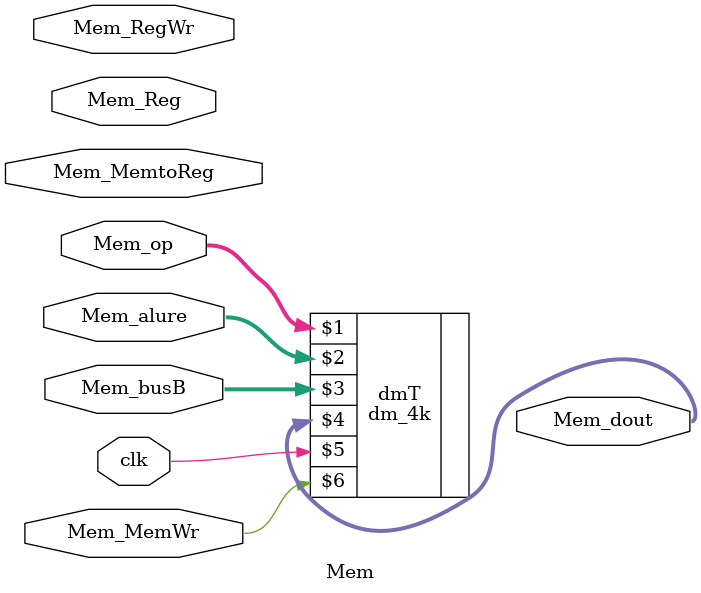
<source format=v>
`include"dm.v"

module Mem(Mem_op,Mem_Reg,Mem_busB,Mem_RegWr,Mem_MemWr,Mem_MemtoReg,Mem_alure,clk,Mem_dout);
	input[5:0]	Mem_op;
	input[4:0]	Mem_Reg;
	input[31:0]	Mem_busB;
	input 		Mem_RegWr,Mem_MemWr,Mem_MemtoReg;
	input[31:0]	Mem_alure;
	input		clk;

	output[31:0]	Mem_dout;

	dm_4k dmT(Mem_op,Mem_alure,Mem_busB,Mem_dout,clk,Mem_MemWr);//data memory invoking
endmodule

</source>
